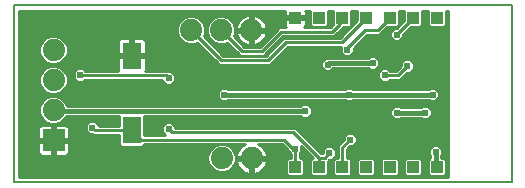
<source format=gbl>
G75*
%MOIN*%
%OFA0B0*%
%FSLAX24Y24*%
%IPPOS*%
%LPD*%
%AMOC8*
5,1,8,0,0,1.08239X$1,22.5*
%
%ADD10C,0.0080*%
%ADD11R,0.0394X0.0394*%
%ADD12R,0.0740X0.0740*%
%ADD13C,0.0740*%
%ADD14R,0.0630X0.0906*%
%ADD15C,0.0240*%
%ADD16C,0.0160*%
%ADD17C,0.0100*%
D10*
X000161Y000753D02*
X000161Y006658D01*
X016769Y006658D01*
X016769Y000753D01*
X000161Y000753D01*
D11*
X009542Y001272D03*
X010329Y001272D03*
X011117Y001272D03*
X011904Y001272D03*
X012691Y001272D03*
X013479Y001272D03*
X014266Y001272D03*
X014266Y006233D03*
X013479Y006233D03*
X012691Y006233D03*
X011904Y006233D03*
X011117Y006233D03*
X010329Y006233D03*
X009542Y006233D03*
D12*
X001487Y002154D03*
D13*
X001487Y003154D03*
X001487Y004154D03*
X001487Y005154D03*
X006076Y005829D03*
X007076Y005829D03*
X008076Y005829D03*
X008087Y001550D03*
X007087Y001550D03*
D14*
X004089Y002489D03*
X004089Y004969D03*
D15*
X005326Y004229D03*
X007176Y003679D03*
X005326Y002529D03*
X002776Y002579D03*
X002376Y004329D03*
X009526Y001879D03*
X010676Y001729D03*
X011376Y002179D03*
X009876Y003129D03*
X011326Y003679D03*
X012526Y004329D03*
X013276Y004629D03*
X012126Y004729D03*
X011276Y005179D03*
X010626Y004679D03*
X012926Y005679D03*
X014126Y003679D03*
X013876Y003079D03*
X012926Y003079D03*
X014226Y001779D03*
D16*
X014226Y001313D01*
X014266Y001272D01*
X013876Y003079D02*
X012926Y003079D01*
X014126Y003679D02*
X011326Y003679D01*
X007176Y003679D01*
X009876Y003129D02*
X001512Y003129D01*
X001487Y003154D01*
X010626Y004679D02*
X010676Y004729D01*
X012126Y004729D01*
D17*
X012270Y004896D02*
X014648Y004896D01*
X014648Y004797D02*
X013419Y004797D01*
X013367Y004849D02*
X013496Y004720D01*
X013496Y004538D01*
X013367Y004409D01*
X013268Y004409D01*
X013038Y004179D01*
X012687Y004179D01*
X012617Y004109D01*
X012435Y004109D01*
X012306Y004238D01*
X012306Y004420D01*
X012435Y004549D01*
X012617Y004549D01*
X012687Y004479D01*
X012914Y004479D01*
X013056Y004621D01*
X013056Y004720D01*
X013185Y004849D01*
X013367Y004849D01*
X013496Y004699D02*
X014648Y004699D01*
X014648Y004600D02*
X013496Y004600D01*
X013460Y004502D02*
X014648Y004502D01*
X014648Y004403D02*
X013263Y004403D01*
X013164Y004305D02*
X014648Y004305D01*
X014648Y004206D02*
X013066Y004206D01*
X012976Y004329D02*
X013276Y004629D01*
X013056Y004699D02*
X012346Y004699D01*
X012346Y004638D02*
X012217Y004509D01*
X012035Y004509D01*
X011995Y004549D01*
X010807Y004549D01*
X010717Y004459D01*
X010535Y004459D01*
X010406Y004588D01*
X010406Y004770D01*
X010535Y004899D01*
X010591Y004899D01*
X010601Y004909D01*
X011995Y004909D01*
X012035Y004949D01*
X012217Y004949D01*
X012346Y004820D01*
X012346Y004638D01*
X012309Y004600D02*
X013035Y004600D01*
X012937Y004502D02*
X012664Y004502D01*
X012388Y004502D02*
X010760Y004502D01*
X010492Y004502D02*
X004554Y004502D01*
X004554Y004496D02*
X004554Y004919D01*
X004139Y004919D01*
X004139Y005019D01*
X004554Y005019D01*
X004554Y005441D01*
X004543Y005480D01*
X004524Y005514D01*
X004496Y005542D01*
X004461Y005561D01*
X004423Y005572D01*
X004139Y005572D01*
X004139Y005019D01*
X004039Y005019D01*
X004039Y005572D01*
X003754Y005572D01*
X003716Y005561D01*
X003682Y005542D01*
X003654Y005514D01*
X003634Y005480D01*
X003624Y005441D01*
X003624Y005019D01*
X004039Y005019D01*
X004039Y004919D01*
X003624Y004919D01*
X003624Y004496D01*
X003628Y004479D01*
X002537Y004479D01*
X002467Y004549D01*
X002285Y004549D01*
X002156Y004420D01*
X002156Y004238D01*
X002285Y004109D01*
X002467Y004109D01*
X002537Y004179D01*
X005106Y004179D01*
X005106Y004138D01*
X005235Y004009D01*
X005417Y004009D01*
X005546Y004138D01*
X005546Y004320D01*
X005417Y004449D01*
X005318Y004449D01*
X005288Y004479D01*
X004549Y004479D01*
X004554Y004496D01*
X004554Y004600D02*
X010406Y004600D01*
X010406Y004699D02*
X008708Y004699D01*
X008688Y004679D02*
X009288Y005279D01*
X011065Y005279D01*
X011056Y005270D01*
X011056Y005088D01*
X011185Y004959D01*
X011367Y004959D01*
X011496Y005088D01*
X011496Y005237D01*
X011938Y005679D01*
X012349Y005679D01*
X012607Y005936D01*
X012930Y005936D01*
X012988Y005995D01*
X012988Y006468D01*
X013182Y006468D01*
X013182Y006148D01*
X012932Y005899D01*
X012835Y005899D01*
X012706Y005770D01*
X012706Y005588D01*
X012835Y005459D01*
X013017Y005459D01*
X013146Y005588D01*
X013146Y005688D01*
X013394Y005936D01*
X013717Y005936D01*
X013776Y005995D01*
X013776Y006468D01*
X013969Y006468D01*
X013969Y005995D01*
X014028Y005936D01*
X014504Y005936D01*
X014563Y005995D01*
X014563Y006468D01*
X014648Y006468D01*
X014648Y000943D01*
X000351Y000943D01*
X000351Y006468D01*
X009200Y006468D01*
X009195Y006450D01*
X009195Y006281D01*
X009493Y006281D01*
X009493Y006185D01*
X009195Y006185D01*
X009195Y006016D01*
X009205Y005978D01*
X009225Y005944D01*
X009240Y005929D01*
X009014Y005929D01*
X008926Y005841D01*
X008364Y005279D01*
X007838Y005279D01*
X007498Y005619D01*
X007546Y005735D01*
X007546Y005922D01*
X007474Y006095D01*
X007342Y006227D01*
X007170Y006299D01*
X006983Y006299D01*
X006810Y006227D01*
X006678Y006095D01*
X006606Y005922D01*
X006606Y005735D01*
X006678Y005563D01*
X006810Y005430D01*
X006983Y005359D01*
X007170Y005359D01*
X007286Y005407D01*
X007626Y005067D01*
X007714Y004979D01*
X008488Y004979D01*
X008538Y005029D01*
X009138Y005629D01*
X010838Y005629D01*
X010938Y005729D01*
X011088Y005879D01*
X011146Y005936D01*
X011355Y005936D01*
X011413Y005995D01*
X011413Y006468D01*
X011607Y006468D01*
X011607Y006148D01*
X011038Y005579D01*
X009164Y005579D01*
X009076Y005491D01*
X008564Y004979D01*
X007138Y004979D01*
X006498Y005619D01*
X006546Y005735D01*
X006546Y005922D01*
X006474Y006095D01*
X006342Y006227D01*
X006170Y006299D01*
X005983Y006299D01*
X005810Y006227D01*
X005678Y006095D01*
X005606Y005922D01*
X005606Y005735D01*
X005678Y005563D01*
X005810Y005430D01*
X005983Y005359D01*
X006170Y005359D01*
X006286Y005407D01*
X006926Y004767D01*
X007014Y004679D01*
X008688Y004679D01*
X008807Y004797D02*
X010433Y004797D01*
X010532Y004896D02*
X008905Y004896D01*
X008626Y004829D02*
X009226Y005429D01*
X011100Y005429D01*
X011904Y006233D01*
X011607Y006275D02*
X011413Y006275D01*
X011413Y006176D02*
X011607Y006176D01*
X011537Y006078D02*
X011413Y006078D01*
X011398Y005979D02*
X011438Y005979D01*
X011340Y005881D02*
X011090Y005881D01*
X010992Y005782D02*
X011241Y005782D01*
X011143Y005684D02*
X010893Y005684D01*
X010776Y005779D02*
X010876Y005879D01*
X011026Y006029D01*
X011026Y006143D01*
X011117Y006233D01*
X010820Y006275D02*
X010626Y006275D01*
X010626Y006176D02*
X010820Y006176D01*
X010820Y006078D02*
X010626Y006078D01*
X010726Y005941D02*
X010820Y006035D01*
X010820Y006468D01*
X010626Y006468D01*
X010626Y005995D01*
X010567Y005936D01*
X010091Y005936D01*
X010032Y005995D01*
X010032Y006468D01*
X009884Y006468D01*
X009889Y006450D01*
X009889Y006281D01*
X009590Y006281D01*
X009590Y006185D01*
X009889Y006185D01*
X009889Y006016D01*
X009878Y005978D01*
X009859Y005944D01*
X009843Y005929D01*
X010714Y005929D01*
X010726Y005941D01*
X010764Y005979D02*
X010611Y005979D01*
X010776Y005779D02*
X009076Y005779D01*
X008476Y005179D01*
X008426Y005129D01*
X007776Y005129D01*
X007076Y005829D01*
X006630Y005979D02*
X006522Y005979D01*
X006546Y005881D02*
X006606Y005881D01*
X006606Y005782D02*
X006546Y005782D01*
X006525Y005684D02*
X006627Y005684D01*
X006668Y005585D02*
X006532Y005585D01*
X006630Y005487D02*
X006753Y005487D01*
X006729Y005388D02*
X006911Y005388D01*
X006827Y005290D02*
X007403Y005290D01*
X007304Y005388D02*
X007241Y005388D01*
X007501Y005191D02*
X006926Y005191D01*
X007024Y005093D02*
X007600Y005093D01*
X007698Y004994D02*
X007123Y004994D01*
X007076Y004829D02*
X008626Y004829D01*
X008579Y004994D02*
X008504Y004994D01*
X008602Y005093D02*
X008678Y005093D01*
X008701Y005191D02*
X008776Y005191D01*
X008799Y005290D02*
X008875Y005290D01*
X008898Y005388D02*
X008973Y005388D01*
X008996Y005487D02*
X009072Y005487D01*
X009095Y005585D02*
X011044Y005585D01*
X011648Y005388D02*
X014648Y005388D01*
X014648Y005290D02*
X011549Y005290D01*
X011496Y005191D02*
X014648Y005191D01*
X014648Y005093D02*
X011496Y005093D01*
X011403Y004994D02*
X014648Y004994D01*
X014648Y005487D02*
X013045Y005487D01*
X013144Y005585D02*
X014648Y005585D01*
X014648Y005684D02*
X013146Y005684D01*
X012926Y005680D02*
X013479Y006233D01*
X013776Y006275D02*
X013969Y006275D01*
X013969Y006176D02*
X013776Y006176D01*
X013776Y006078D02*
X013969Y006078D01*
X013985Y005979D02*
X013760Y005979D01*
X013339Y005881D02*
X014648Y005881D01*
X014648Y005979D02*
X014548Y005979D01*
X014563Y006078D02*
X014648Y006078D01*
X014648Y006176D02*
X014563Y006176D01*
X014563Y006275D02*
X014648Y006275D01*
X014648Y006373D02*
X014563Y006373D01*
X013969Y006373D02*
X013776Y006373D01*
X013182Y006373D02*
X012988Y006373D01*
X012988Y006275D02*
X013182Y006275D01*
X013182Y006176D02*
X012988Y006176D01*
X012988Y006078D02*
X013111Y006078D01*
X013013Y005979D02*
X012973Y005979D01*
X012817Y005881D02*
X012551Y005881D01*
X012453Y005782D02*
X012718Y005782D01*
X012706Y005684D02*
X012354Y005684D01*
X012287Y005829D02*
X012691Y006233D01*
X012287Y005829D02*
X011876Y005829D01*
X011276Y005229D01*
X011276Y005179D01*
X011056Y005191D02*
X009201Y005191D01*
X009102Y005093D02*
X011056Y005093D01*
X011149Y004994D02*
X009004Y004994D01*
X008375Y005290D02*
X007827Y005290D01*
X007876Y005347D02*
X007954Y005322D01*
X008026Y005310D01*
X008026Y005779D01*
X007557Y005779D01*
X007569Y005707D01*
X007594Y005629D01*
X007631Y005556D01*
X007679Y005490D01*
X007737Y005432D01*
X007803Y005384D01*
X007876Y005347D01*
X007798Y005388D02*
X007729Y005388D01*
X007683Y005487D02*
X007630Y005487D01*
X007616Y005585D02*
X007532Y005585D01*
X007525Y005684D02*
X007576Y005684D01*
X007546Y005782D02*
X008026Y005782D01*
X008026Y005779D02*
X008026Y005879D01*
X008026Y006347D01*
X007954Y006336D01*
X007876Y006311D01*
X007803Y006273D01*
X007737Y006225D01*
X007679Y006167D01*
X007631Y006101D01*
X007594Y006028D01*
X007569Y005951D01*
X007557Y005879D01*
X008026Y005879D01*
X008126Y005879D01*
X008126Y006347D01*
X008198Y006336D01*
X008276Y006311D01*
X008349Y006273D01*
X008415Y006225D01*
X008473Y006167D01*
X008521Y006101D01*
X008558Y006028D01*
X008583Y005951D01*
X008595Y005879D01*
X008126Y005879D01*
X008126Y005779D01*
X008595Y005779D01*
X008583Y005707D01*
X008558Y005629D01*
X008521Y005556D01*
X008473Y005490D01*
X008415Y005432D01*
X008349Y005384D01*
X008276Y005347D01*
X008198Y005322D01*
X008126Y005310D01*
X008126Y005779D01*
X008026Y005779D01*
X008026Y005684D02*
X008126Y005684D01*
X008126Y005585D02*
X008026Y005585D01*
X008026Y005487D02*
X008126Y005487D01*
X008126Y005388D02*
X008026Y005388D01*
X008354Y005388D02*
X008473Y005388D01*
X008469Y005487D02*
X008572Y005487D01*
X008536Y005585D02*
X008670Y005585D01*
X008576Y005684D02*
X008769Y005684D01*
X008867Y005782D02*
X008126Y005782D01*
X008126Y005881D02*
X008026Y005881D01*
X008026Y005979D02*
X008126Y005979D01*
X008126Y006078D02*
X008026Y006078D01*
X008026Y006176D02*
X008126Y006176D01*
X008126Y006275D02*
X008026Y006275D01*
X007806Y006275D02*
X007227Y006275D01*
X007393Y006176D02*
X007688Y006176D01*
X007619Y006078D02*
X007482Y006078D01*
X007522Y005979D02*
X007578Y005979D01*
X007558Y005881D02*
X007546Y005881D01*
X006925Y006275D02*
X006227Y006275D01*
X006393Y006176D02*
X006759Y006176D01*
X006670Y006078D02*
X006482Y006078D01*
X005925Y006275D02*
X000351Y006275D01*
X000351Y006176D02*
X005759Y006176D01*
X005670Y006078D02*
X000351Y006078D01*
X000351Y005979D02*
X005630Y005979D01*
X005606Y005881D02*
X000351Y005881D01*
X000351Y005782D02*
X005606Y005782D01*
X005627Y005684D02*
X000351Y005684D01*
X000351Y005585D02*
X001299Y005585D01*
X001220Y005553D02*
X001088Y005421D01*
X001017Y005248D01*
X001017Y005061D01*
X001088Y004888D01*
X001220Y004756D01*
X001393Y004684D01*
X001580Y004684D01*
X001753Y004756D01*
X001885Y004888D01*
X001957Y005061D01*
X001957Y005248D01*
X001885Y005421D01*
X001753Y005553D01*
X001580Y005624D01*
X001393Y005624D01*
X001220Y005553D01*
X001154Y005487D02*
X000351Y005487D01*
X000351Y005388D02*
X001075Y005388D01*
X001034Y005290D02*
X000351Y005290D01*
X000351Y005191D02*
X001017Y005191D01*
X001017Y005093D02*
X000351Y005093D01*
X000351Y004994D02*
X001044Y004994D01*
X001085Y004896D02*
X000351Y004896D01*
X000351Y004797D02*
X001179Y004797D01*
X001358Y004699D02*
X000351Y004699D01*
X000351Y004600D02*
X001335Y004600D01*
X001393Y004624D02*
X001220Y004553D01*
X001088Y004421D01*
X001017Y004248D01*
X001017Y004061D01*
X001088Y003888D01*
X001220Y003756D01*
X001393Y003684D01*
X001580Y003684D01*
X001753Y003756D01*
X001885Y003888D01*
X001957Y004061D01*
X001957Y004248D01*
X001885Y004421D01*
X001753Y004553D01*
X001580Y004624D01*
X001393Y004624D01*
X001615Y004699D02*
X003624Y004699D01*
X003624Y004797D02*
X001794Y004797D01*
X001888Y004896D02*
X003624Y004896D01*
X004039Y004994D02*
X001929Y004994D01*
X001957Y005093D02*
X003624Y005093D01*
X003624Y005191D02*
X001957Y005191D01*
X001939Y005290D02*
X003624Y005290D01*
X003624Y005388D02*
X001898Y005388D01*
X001819Y005487D02*
X003638Y005487D01*
X004039Y005487D02*
X004139Y005487D01*
X004139Y005388D02*
X004039Y005388D01*
X004039Y005290D02*
X004139Y005290D01*
X004139Y005191D02*
X004039Y005191D01*
X004039Y005093D02*
X004139Y005093D01*
X004139Y004994D02*
X006698Y004994D01*
X006600Y005093D02*
X004554Y005093D01*
X004554Y005191D02*
X006501Y005191D01*
X006403Y005290D02*
X004554Y005290D01*
X004554Y005388D02*
X005911Y005388D01*
X005753Y005487D02*
X004539Y005487D01*
X005668Y005585D02*
X001674Y005585D01*
X000351Y006373D02*
X009195Y006373D01*
X009493Y006275D02*
X008346Y006275D01*
X008464Y006176D02*
X009195Y006176D01*
X009195Y006078D02*
X008533Y006078D01*
X008574Y005979D02*
X009205Y005979D01*
X008966Y005881D02*
X008594Y005881D01*
X009590Y006275D02*
X010032Y006275D01*
X010032Y006176D02*
X009889Y006176D01*
X009889Y006078D02*
X010032Y006078D01*
X010048Y005979D02*
X009879Y005979D01*
X009889Y006373D02*
X010032Y006373D01*
X010626Y006373D02*
X010820Y006373D01*
X011413Y006373D02*
X011607Y006373D01*
X012926Y005680D02*
X012926Y005679D01*
X012708Y005585D02*
X011845Y005585D01*
X011746Y005487D02*
X012807Y005487D01*
X013240Y005782D02*
X014648Y005782D01*
X013133Y004797D02*
X012346Y004797D01*
X012306Y004403D02*
X005463Y004403D01*
X005546Y004305D02*
X012306Y004305D01*
X012337Y004206D02*
X005546Y004206D01*
X005516Y004108D02*
X014648Y004108D01*
X014648Y004009D02*
X005418Y004009D01*
X005234Y004009D02*
X001935Y004009D01*
X001895Y003911D02*
X014648Y003911D01*
X014648Y003812D02*
X014304Y003812D01*
X014346Y003770D02*
X014217Y003899D01*
X014035Y003899D01*
X013995Y003859D01*
X011457Y003859D01*
X011417Y003899D01*
X011235Y003899D01*
X011195Y003859D01*
X007307Y003859D01*
X007267Y003899D01*
X007085Y003899D01*
X006956Y003770D01*
X006956Y003588D01*
X007085Y003459D01*
X007267Y003459D01*
X007307Y003499D01*
X011195Y003499D01*
X011235Y003459D01*
X011417Y003459D01*
X011457Y003499D01*
X013995Y003499D01*
X014035Y003459D01*
X014217Y003459D01*
X014346Y003588D01*
X014346Y003770D01*
X014346Y003714D02*
X014648Y003714D01*
X014648Y003615D02*
X014346Y003615D01*
X014275Y003517D02*
X014648Y003517D01*
X014648Y003418D02*
X001886Y003418D01*
X001885Y003421D02*
X001753Y003553D01*
X001580Y003624D01*
X001393Y003624D01*
X001220Y003553D01*
X001088Y003421D01*
X001017Y003248D01*
X001017Y003061D01*
X001088Y002888D01*
X001220Y002756D01*
X001393Y002684D01*
X001580Y002684D01*
X001753Y002756D01*
X001885Y002888D01*
X001910Y002949D01*
X003674Y002949D01*
X003674Y002639D01*
X002996Y002639D01*
X002996Y002670D01*
X002867Y002799D01*
X002685Y002799D01*
X002556Y002670D01*
X002556Y002488D01*
X002685Y002359D01*
X002784Y002359D01*
X002804Y002339D01*
X003674Y002339D01*
X003674Y001994D01*
X003732Y001936D01*
X004445Y001936D01*
X004504Y001994D01*
X004504Y002029D01*
X007882Y002029D01*
X007815Y001995D01*
X007749Y001947D01*
X007691Y001889D01*
X007643Y001823D01*
X007606Y001750D01*
X007580Y001672D01*
X007569Y001598D01*
X008039Y001598D01*
X008039Y001502D01*
X007569Y001502D01*
X007580Y001428D01*
X007606Y001350D01*
X007513Y001350D01*
X007486Y001284D02*
X007557Y001457D01*
X007557Y001643D01*
X007486Y001816D01*
X007354Y001948D01*
X007181Y002020D01*
X006994Y002020D01*
X006821Y001948D01*
X006689Y001816D01*
X006617Y001643D01*
X006617Y001457D01*
X006689Y001284D01*
X006821Y001152D01*
X006994Y001080D01*
X007181Y001080D01*
X007354Y001152D01*
X007486Y001284D01*
X007453Y001251D02*
X007662Y001251D01*
X007643Y001277D02*
X007691Y001211D01*
X007749Y001153D01*
X007815Y001105D01*
X007888Y001068D01*
X007966Y001043D01*
X008039Y001031D01*
X008039Y001502D01*
X008136Y001502D01*
X008136Y001598D01*
X008606Y001598D01*
X008595Y001672D01*
X008569Y001750D01*
X008532Y001823D01*
X008484Y001889D01*
X008426Y001947D01*
X008360Y001995D01*
X008293Y002029D01*
X009114Y002029D01*
X009306Y001837D01*
X009306Y001788D01*
X009392Y001702D01*
X009392Y001569D01*
X009304Y001569D01*
X009245Y001511D01*
X009245Y001034D01*
X009304Y000976D01*
X009780Y000976D01*
X009839Y001034D01*
X009839Y001511D01*
X009780Y001569D01*
X009692Y001569D01*
X009692Y001733D01*
X009746Y001788D01*
X009746Y001947D01*
X010123Y001569D01*
X010091Y001569D01*
X010032Y001511D01*
X010032Y001034D01*
X010091Y000976D01*
X010567Y000976D01*
X010626Y001034D01*
X010626Y001467D01*
X010668Y001509D01*
X010767Y001509D01*
X010896Y001638D01*
X010896Y001820D01*
X010767Y001949D01*
X010585Y001949D01*
X010456Y001820D01*
X010456Y001726D01*
X010391Y001726D01*
X009626Y002491D01*
X009538Y002579D01*
X005546Y002579D01*
X005546Y002620D01*
X005417Y002749D01*
X005235Y002749D01*
X005106Y002620D01*
X005106Y002438D01*
X005215Y002329D01*
X004504Y002329D01*
X004504Y002949D01*
X009745Y002949D01*
X009785Y002909D01*
X009967Y002909D01*
X010096Y003038D01*
X010096Y003220D01*
X009967Y003349D01*
X009785Y003349D01*
X009745Y003309D01*
X001931Y003309D01*
X001885Y003421D01*
X001927Y003320D02*
X009756Y003320D01*
X009996Y003320D02*
X014648Y003320D01*
X014648Y003221D02*
X014045Y003221D01*
X014096Y003170D02*
X013967Y003299D01*
X013785Y003299D01*
X013745Y003259D01*
X013057Y003259D01*
X013017Y003299D01*
X012835Y003299D01*
X012706Y003170D01*
X012706Y002988D01*
X012835Y002859D01*
X013017Y002859D01*
X013057Y002899D01*
X013745Y002899D01*
X013785Y002859D01*
X013967Y002859D01*
X014096Y002988D01*
X014096Y003170D01*
X014096Y003123D02*
X014648Y003123D01*
X014648Y003024D02*
X014096Y003024D01*
X014034Y002926D02*
X014648Y002926D01*
X014648Y002827D02*
X004504Y002827D01*
X004504Y002729D02*
X005215Y002729D01*
X005116Y002630D02*
X004504Y002630D01*
X004504Y002532D02*
X005106Y002532D01*
X005110Y002433D02*
X004504Y002433D01*
X004504Y002335D02*
X005209Y002335D01*
X005326Y002529D02*
X005426Y002429D01*
X009476Y002429D01*
X010329Y001576D01*
X010523Y001576D01*
X010676Y001729D01*
X010896Y001744D02*
X010967Y001744D01*
X010967Y001645D02*
X010896Y001645D01*
X010878Y001569D02*
X010820Y001511D01*
X010820Y001034D01*
X010878Y000976D01*
X011355Y000976D01*
X011413Y001034D01*
X011413Y001511D01*
X011355Y001569D01*
X011267Y001569D01*
X011267Y001857D01*
X011368Y001959D01*
X011467Y001959D01*
X011596Y002088D01*
X011596Y002270D01*
X011467Y002399D01*
X011285Y002399D01*
X011156Y002270D01*
X011156Y002171D01*
X010967Y001981D01*
X010967Y001569D01*
X010878Y001569D01*
X010856Y001547D02*
X010805Y001547D01*
X010820Y001448D02*
X010626Y001448D01*
X010626Y001350D02*
X010820Y001350D01*
X010820Y001251D02*
X010626Y001251D01*
X010329Y001272D02*
X010329Y001576D01*
X010373Y001744D02*
X010456Y001744D01*
X010478Y001842D02*
X010275Y001842D01*
X010176Y001941D02*
X010577Y001941D01*
X010775Y001941D02*
X010967Y001941D01*
X010967Y001842D02*
X010874Y001842D01*
X011117Y001919D02*
X011376Y002179D01*
X011596Y002138D02*
X014648Y002138D01*
X014648Y002236D02*
X011596Y002236D01*
X011531Y002335D02*
X014648Y002335D01*
X014648Y002433D02*
X009684Y002433D01*
X009585Y002532D02*
X014648Y002532D01*
X014648Y002630D02*
X005536Y002630D01*
X005437Y002729D02*
X014648Y002729D01*
X014648Y002039D02*
X011548Y002039D01*
X011350Y001941D02*
X014077Y001941D01*
X014135Y001999D02*
X014006Y001870D01*
X014006Y001688D01*
X014046Y001648D01*
X014046Y001569D01*
X014028Y001569D01*
X013969Y001511D01*
X013969Y001034D01*
X014028Y000976D01*
X014504Y000976D01*
X014563Y001034D01*
X014563Y001511D01*
X014504Y001569D01*
X014406Y001569D01*
X014406Y001648D01*
X014446Y001688D01*
X014446Y001870D01*
X014317Y001999D01*
X014135Y001999D01*
X014006Y001842D02*
X011267Y001842D01*
X011117Y001919D02*
X011117Y001272D01*
X011413Y001251D02*
X011607Y001251D01*
X011607Y001350D02*
X011413Y001350D01*
X011413Y001448D02*
X011607Y001448D01*
X011607Y001511D02*
X011607Y001034D01*
X011666Y000976D01*
X012142Y000976D01*
X012201Y001034D01*
X012201Y001511D01*
X012142Y001569D01*
X011666Y001569D01*
X011607Y001511D01*
X011643Y001547D02*
X011377Y001547D01*
X011267Y001645D02*
X014046Y001645D01*
X014005Y001547D02*
X013740Y001547D01*
X013717Y001569D02*
X013776Y001511D01*
X013776Y001034D01*
X013717Y000976D01*
X013241Y000976D01*
X013182Y001034D01*
X013182Y001511D01*
X013241Y001569D01*
X013717Y001569D01*
X013776Y001448D02*
X013969Y001448D01*
X013969Y001350D02*
X013776Y001350D01*
X013776Y001251D02*
X013969Y001251D01*
X013969Y001153D02*
X013776Y001153D01*
X013776Y001054D02*
X013969Y001054D01*
X014563Y001054D02*
X014648Y001054D01*
X014648Y000956D02*
X000351Y000956D01*
X000351Y001054D02*
X007930Y001054D01*
X008039Y001054D02*
X008136Y001054D01*
X008136Y001031D02*
X008209Y001043D01*
X008287Y001068D01*
X008360Y001105D01*
X008426Y001153D01*
X008484Y001211D01*
X008532Y001277D01*
X008569Y001350D01*
X009245Y001350D01*
X009245Y001448D02*
X008598Y001448D01*
X008595Y001428D02*
X008606Y001502D01*
X008136Y001502D01*
X008136Y001031D01*
X008244Y001054D02*
X009245Y001054D01*
X009245Y001153D02*
X008425Y001153D01*
X008136Y001153D02*
X008039Y001153D01*
X008039Y001251D02*
X008136Y001251D01*
X008136Y001350D02*
X008039Y001350D01*
X008039Y001448D02*
X008136Y001448D01*
X008136Y001547D02*
X009281Y001547D01*
X009392Y001645D02*
X008599Y001645D01*
X008571Y001744D02*
X009350Y001744D01*
X009300Y001842D02*
X008518Y001842D01*
X008432Y001941D02*
X009202Y001941D01*
X009176Y002179D02*
X009476Y001879D01*
X009526Y001879D01*
X009542Y001863D01*
X009542Y001272D01*
X009839Y001251D02*
X010032Y001251D01*
X010032Y001350D02*
X009839Y001350D01*
X009839Y001448D02*
X010032Y001448D01*
X010068Y001547D02*
X009803Y001547D01*
X009692Y001645D02*
X010047Y001645D01*
X009949Y001744D02*
X009702Y001744D01*
X009746Y001842D02*
X009850Y001842D01*
X009752Y001941D02*
X009746Y001941D01*
X010078Y002039D02*
X011024Y002039D01*
X011123Y002138D02*
X009979Y002138D01*
X009881Y002236D02*
X011156Y002236D01*
X011221Y002335D02*
X009782Y002335D01*
X009176Y002179D02*
X004398Y002179D01*
X004089Y002489D01*
X002866Y002489D01*
X002776Y002579D01*
X002556Y002532D02*
X002007Y002532D01*
X002007Y002544D02*
X001996Y002582D01*
X001977Y002616D01*
X001949Y002644D01*
X001915Y002664D01*
X001876Y002674D01*
X001535Y002674D01*
X001535Y002203D01*
X001438Y002203D01*
X001438Y002674D01*
X001097Y002674D01*
X001059Y002664D01*
X001025Y002644D01*
X000997Y002616D01*
X000977Y002582D01*
X000967Y002544D01*
X000967Y002203D01*
X001438Y002203D01*
X001438Y002106D01*
X000967Y002106D01*
X000967Y001765D01*
X000977Y001726D01*
X000997Y001692D01*
X001025Y001664D01*
X001059Y001645D01*
X001097Y001634D01*
X001438Y001634D01*
X001438Y002106D01*
X001535Y002106D01*
X001535Y001634D01*
X001876Y001634D01*
X001915Y001645D01*
X001949Y001664D01*
X001977Y001692D01*
X001996Y001726D01*
X002007Y001765D01*
X002007Y002106D01*
X001535Y002106D01*
X001535Y002203D01*
X002007Y002203D01*
X002007Y002544D01*
X001963Y002630D02*
X002556Y002630D01*
X002615Y002729D02*
X001687Y002729D01*
X001824Y002827D02*
X003674Y002827D01*
X003674Y002729D02*
X002937Y002729D01*
X002610Y002433D02*
X002007Y002433D01*
X002007Y002335D02*
X003674Y002335D01*
X003674Y002236D02*
X002007Y002236D01*
X001535Y002236D02*
X001438Y002236D01*
X001438Y002138D02*
X000351Y002138D01*
X000351Y002236D02*
X000967Y002236D01*
X000967Y002335D02*
X000351Y002335D01*
X000351Y002433D02*
X000967Y002433D01*
X000967Y002532D02*
X000351Y002532D01*
X000351Y002630D02*
X001010Y002630D01*
X001286Y002729D02*
X000351Y002729D01*
X000351Y002827D02*
X001149Y002827D01*
X001073Y002926D02*
X000351Y002926D01*
X000351Y003024D02*
X001032Y003024D01*
X001017Y003123D02*
X000351Y003123D01*
X000351Y003221D02*
X001017Y003221D01*
X001046Y003320D02*
X000351Y003320D01*
X000351Y003418D02*
X001087Y003418D01*
X001184Y003517D02*
X000351Y003517D01*
X000351Y003615D02*
X001371Y003615D01*
X001322Y003714D02*
X000351Y003714D01*
X000351Y003812D02*
X001164Y003812D01*
X001079Y003911D02*
X000351Y003911D01*
X000351Y004009D02*
X001038Y004009D01*
X001017Y004108D02*
X000351Y004108D01*
X000351Y004206D02*
X001017Y004206D01*
X001040Y004305D02*
X000351Y004305D01*
X000351Y004403D02*
X001081Y004403D01*
X001169Y004502D02*
X000351Y004502D01*
X001638Y004600D02*
X003624Y004600D01*
X003624Y004502D02*
X002514Y004502D01*
X002238Y004502D02*
X001804Y004502D01*
X001892Y004403D02*
X002156Y004403D01*
X002156Y004305D02*
X001933Y004305D01*
X001957Y004206D02*
X002187Y004206D01*
X001957Y004108D02*
X005136Y004108D01*
X005326Y004229D02*
X005226Y004329D01*
X002376Y004329D01*
X001809Y003812D02*
X006998Y003812D01*
X006956Y003714D02*
X001651Y003714D01*
X001602Y003615D02*
X006956Y003615D01*
X007027Y003517D02*
X001789Y003517D01*
X001901Y002926D02*
X003674Y002926D01*
X004504Y002926D02*
X009768Y002926D01*
X009984Y002926D02*
X012768Y002926D01*
X012706Y003024D02*
X010083Y003024D01*
X010096Y003123D02*
X012706Y003123D01*
X012757Y003221D02*
X010095Y003221D01*
X012526Y004329D02*
X012976Y004329D01*
X014375Y001941D02*
X014648Y001941D01*
X014648Y001842D02*
X014446Y001842D01*
X014446Y001744D02*
X014648Y001744D01*
X014648Y001645D02*
X014406Y001645D01*
X014527Y001547D02*
X014648Y001547D01*
X014648Y001448D02*
X014563Y001448D01*
X014563Y001350D02*
X014648Y001350D01*
X014648Y001251D02*
X014563Y001251D01*
X014563Y001153D02*
X014648Y001153D01*
X014006Y001744D02*
X011267Y001744D01*
X012165Y001547D02*
X012431Y001547D01*
X012453Y001569D02*
X012395Y001511D01*
X012395Y001034D01*
X012453Y000976D01*
X012930Y000976D01*
X012988Y001034D01*
X012988Y001511D01*
X012930Y001569D01*
X012453Y001569D01*
X012395Y001448D02*
X012201Y001448D01*
X012201Y001350D02*
X012395Y001350D01*
X012395Y001251D02*
X012201Y001251D01*
X012201Y001153D02*
X012395Y001153D01*
X012395Y001054D02*
X012201Y001054D01*
X011607Y001054D02*
X011413Y001054D01*
X011413Y001153D02*
X011607Y001153D01*
X010820Y001153D02*
X010626Y001153D01*
X010626Y001054D02*
X010820Y001054D01*
X010032Y001054D02*
X009839Y001054D01*
X009839Y001153D02*
X010032Y001153D01*
X009245Y001251D02*
X008513Y001251D01*
X008569Y001350D02*
X008595Y001428D01*
X008039Y001547D02*
X007557Y001547D01*
X007557Y001645D02*
X007576Y001645D01*
X007604Y001744D02*
X007516Y001744D01*
X007460Y001842D02*
X007657Y001842D01*
X007743Y001941D02*
X007361Y001941D01*
X006814Y001941D02*
X004450Y001941D01*
X003727Y001941D02*
X002007Y001941D01*
X002007Y002039D02*
X003674Y002039D01*
X003674Y002138D02*
X001535Y002138D01*
X001535Y002039D02*
X001438Y002039D01*
X001438Y001941D02*
X001535Y001941D01*
X001535Y001842D02*
X001438Y001842D01*
X001438Y001744D02*
X001535Y001744D01*
X001535Y001645D02*
X001438Y001645D01*
X001058Y001645D02*
X000351Y001645D01*
X000351Y001547D02*
X006617Y001547D01*
X006618Y001645D02*
X001916Y001645D01*
X002001Y001744D02*
X006659Y001744D01*
X006715Y001842D02*
X002007Y001842D01*
X001535Y002335D02*
X001438Y002335D01*
X001438Y002433D02*
X001535Y002433D01*
X001535Y002532D02*
X001438Y002532D01*
X001438Y002630D02*
X001535Y002630D01*
X000967Y002039D02*
X000351Y002039D01*
X000351Y001941D02*
X000967Y001941D01*
X000967Y001842D02*
X000351Y001842D01*
X000351Y001744D02*
X000972Y001744D01*
X000351Y001448D02*
X006621Y001448D01*
X006662Y001350D02*
X000351Y001350D01*
X000351Y001251D02*
X006722Y001251D01*
X006820Y001153D02*
X000351Y001153D01*
X007355Y001153D02*
X007750Y001153D01*
X007643Y001277D02*
X007606Y001350D01*
X007577Y001448D02*
X007554Y001448D01*
X012952Y001547D02*
X013218Y001547D01*
X013182Y001448D02*
X012988Y001448D01*
X012988Y001350D02*
X013182Y001350D01*
X013182Y001251D02*
X012988Y001251D01*
X012988Y001153D02*
X013182Y001153D01*
X013182Y001054D02*
X012988Y001054D01*
X006994Y004699D02*
X004554Y004699D01*
X004554Y004797D02*
X006895Y004797D01*
X006797Y004896D02*
X004554Y004896D01*
X006241Y005388D02*
X006304Y005388D01*
X006076Y005829D02*
X007076Y004829D01*
M02*

</source>
